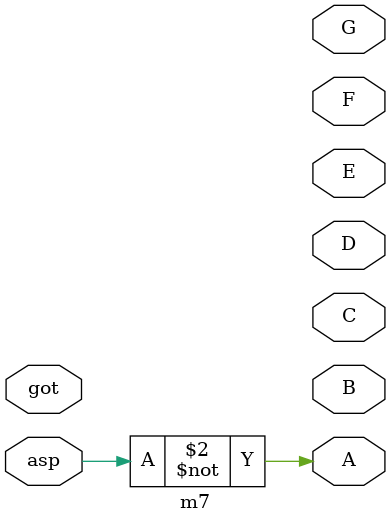
<source format=v>
module m7 (input asp, input got,output A,output B,output C,output D,output E,output F,output G);

not not1(A,asp);
and and1(S1,got,A);


endmodule 
</source>
